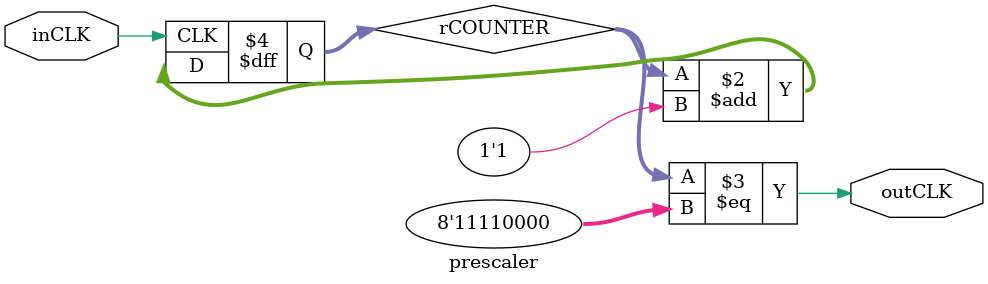
<source format=v>


module prescaler(
  input wire inCLK,

  output wire outCLK
);

`define PRESCALE 8'hf0

reg [7:0] rCOUNTER;

always @(posedge inCLK)
  rCOUNTER <= rCOUNTER + 1'b1;
  
assign outCLK = rCOUNTER == `PRESCALE;

endmodule

</source>
